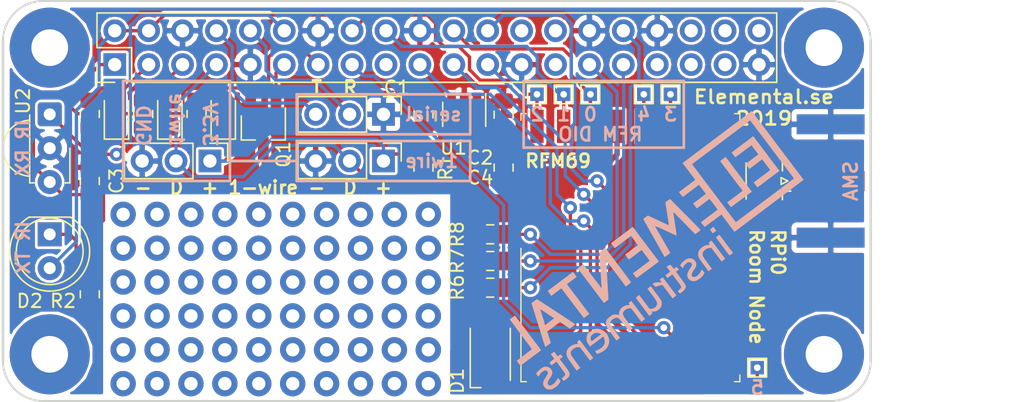
<source format=kicad_pcb>
(kicad_pcb (version 20171130) (host pcbnew 5.0.2-1.fc29)
  (title_block (title "RPi0 Room Node"))
  (layers (0 F.Cu signal) (31 B.Cu signal) (34 B.Paste user) (35 F.Paste user) (36 B.SilkS user) (37 F.SilkS user) (38 B.Mask user) (39 F.Mask user) (44 Edge.Cuts user))
  (net 0 "")
  (net 1 +5V)
  (net 2 +3V3)
  (net 3 GND)
  (net 4 /ONEWIRE)
  (net 5 /IRTX)
  (net 6 /IRRX)
  (net 7 "Net-(J1-Pad17)")
  (net 8 /MOSI)
  (net 9 /MISO)
  (net 10 /SCLK)
  (net 11 /CE0)
  (net 12 "Net-(J1-Pad26)")
  (net 13 "Net-(J1-Pad27)")
  (net 14 "Net-(J1-Pad28)")
  (net 15 "Net-(J1-Pad33)")
  (net 16 "Net-(J1-Pad35)")
  (net 17 "Net-(J1-Pad36)")
  (net 18 "Net-(J1-Pad37)")
  (net 19 "Net-(J1-Pad38)")
  (net 20 "Net-(J1-Pad40)")
  (net 21 "Net-(D1-Pad2)")
  (net 22 "Net-(D1-Pad3)")
  (net 23 "Net-(D1-Pad4)")
  (net 24 "Net-(D2-Pad1)")
  (net 25 "Net-(U1-Pad4)")
  (net 26 VDDA)
  (net 27 /RFM_DIO0)
  (net 28 /RFM_RST)
  (net 29 "Net-(D3-Pad1)")
  (net 30 "Net-(D4-Pad1)")
  (net 31 "Net-(D5-Pad1)")
  (net 32 "Net-(Q1-Pad3)")
  (net 33 /LED1)
  (net 34 /LED2)
  (net 35 /TXD)
  (net 36 /RXD)
  (net 37 /LED3)
  (net 38 /RFM_DIO1)
  (net 39 /LEDR)
  (net 40 /LEDG)
  (net 41 /LEDB)
  (net 42 /ANT)
  (net 43 /RFM_DIO2)
  (net 44 /RFM_DIO5)
  (net 45 /RFM_DIO4)
  (net 46 /RFM_DIO3)
  (module Resistor_SMD:R_0805_2012Metric_Pad1.15x1.40mm_HandSolder (layer F.Cu) (at 133 116 180)
    (fp_text reference R7 (at 2.5 0 270) (layer F.SilkS))
    (fp_text value R)
    (pad 2 smd roundrect (at 1.025 0 180) (size 1.15 1.4) (layers F.Cu F.Paste F.Mask) (roundrect_rratio 0.217391) (net 22 "Net-(D1-Pad3)"))
    (pad 1 smd roundrect (at -1.025 0 180) (size 1.15 1.4) (layers F.Cu F.Paste F.Mask) (roundrect_rratio 0.217391) (net 40 /LEDG))
  )
  (module Connector_PinHeader_2.54mm:PinHeader_2x20_P2.54mm_Vertical (layer F.Cu) (at 104.87 101.27 90)
    (fp_text reference J1 hide)
    (fp_text value "Raspberry Pi")
    (pad 1 thru_hole rect (at 0 0 90) (size 1.7 1.7) (drill 1) (layers *.Cu *.Mask) (net 2 +3V3))
    (pad 2 thru_hole oval (at 2.54 0 90) (size 1.7 1.7) (drill 1) (layers *.Cu *.Mask) (net 1 +5V))
    (pad 3 thru_hole oval (at 0 2.54 90) (size 1.7 1.7) (drill 1) (layers *.Cu *.Mask) (net 33 /LED1))
    (pad 4 thru_hole oval (at 2.54 2.54 90) (size 1.7 1.7) (drill 1) (layers *.Cu *.Mask) (net 1 +5V))
    (pad 5 thru_hole oval (at 0 5.08 90) (size 1.7 1.7) (drill 1) (layers *.Cu *.Mask) (net 34 /LED2))
    (pad 6 thru_hole oval (at 2.54 5.08 90) (size 1.7 1.7) (drill 1) (layers *.Cu *.Mask) (net 3 GND))
    (pad 7 thru_hole oval (at 0 7.62 90) (size 1.7 1.7) (drill 1) (layers *.Cu *.Mask) (net 4 /ONEWIRE))
    (pad 8 thru_hole oval (at 2.54 7.62 90) (size 1.7 1.7) (drill 1) (layers *.Cu *.Mask) (net 35 /TXD))
    (pad 9 thru_hole oval (at 0 10.16 90) (size 1.7 1.7) (drill 1) (layers *.Cu *.Mask) (net 3 GND))
    (pad 10 thru_hole oval (at 2.54 10.16 90) (size 1.7 1.7) (drill 1) (layers *.Cu *.Mask) (net 36 /RXD))
    (pad 11 thru_hole oval (at 0 12.7 90) (size 1.7 1.7) (drill 1) (layers *.Cu *.Mask) (net 5 /IRTX))
    (pad 12 thru_hole oval (at 2.54 12.7 90) (size 1.7 1.7) (drill 1) (layers *.Cu *.Mask) (net 6 /IRRX))
    (pad 13 thru_hole oval (at 0 15.24 90) (size 1.7 1.7) (drill 1) (layers *.Cu *.Mask) (net 37 /LED3))
    (pad 14 thru_hole oval (at 2.54 15.24 90) (size 1.7 1.7) (drill 1) (layers *.Cu *.Mask) (net 3 GND))
    (pad 15 thru_hole oval (at 0 17.78 90) (size 1.7 1.7) (drill 1) (layers *.Cu *.Mask) (net 28 /RFM_RST))
    (pad 16 thru_hole oval (at 2.54 17.78 90) (size 1.7 1.7) (drill 1) (layers *.Cu *.Mask) (net 43 /RFM_DIO2))
    (pad 17 thru_hole oval (at 0 20.32 90) (size 1.7 1.7) (drill 1) (layers *.Cu *.Mask) (net 7 "Net-(J1-Pad17)"))
    (pad 18 thru_hole oval (at 2.54 20.32 90) (size 1.7 1.7) (drill 1) (layers *.Cu *.Mask) (net 38 /RFM_DIO1))
    (pad 19 thru_hole oval (at 0 22.86 90) (size 1.7 1.7) (drill 1) (layers *.Cu *.Mask) (net 8 /MOSI))
    (pad 20 thru_hole oval (at 2.54 22.86 90) (size 1.7 1.7) (drill 1) (layers *.Cu *.Mask) (net 3 GND))
    (pad 21 thru_hole oval (at 0 25.4 90) (size 1.7 1.7) (drill 1) (layers *.Cu *.Mask) (net 9 /MISO))
    (pad 22 thru_hole oval (at 2.54 25.4 90) (size 1.7 1.7) (drill 1) (layers *.Cu *.Mask) (net 27 /RFM_DIO0))
    (pad 23 thru_hole oval (at 0 27.94 90) (size 1.7 1.7) (drill 1) (layers *.Cu *.Mask) (net 10 /SCLK))
    (pad 24 thru_hole oval (at 2.54 27.94 90) (size 1.7 1.7) (drill 1) (layers *.Cu *.Mask) (net 11 /CE0))
    (pad 25 thru_hole oval (at 0 30.48 90) (size 1.7 1.7) (drill 1) (layers *.Cu *.Mask) (net 3 GND))
    (pad 26 thru_hole oval (at 2.54 30.48 90) (size 1.7 1.7) (drill 1) (layers *.Cu *.Mask) (net 12 "Net-(J1-Pad26)"))
    (pad 27 thru_hole oval (at 0 33.02 90) (size 1.7 1.7) (drill 1) (layers *.Cu *.Mask) (net 13 "Net-(J1-Pad27)"))
    (pad 28 thru_hole oval (at 2.54 33.02 90) (size 1.7 1.7) (drill 1) (layers *.Cu *.Mask) (net 14 "Net-(J1-Pad28)"))
    (pad 29 thru_hole oval (at 0 35.56 90) (size 1.7 1.7) (drill 1) (layers *.Cu *.Mask) (net 39 /LEDR))
    (pad 30 thru_hole oval (at 2.54 35.56 90) (size 1.7 1.7) (drill 1) (layers *.Cu *.Mask) (net 3 GND))
    (pad 31 thru_hole oval (at 0 38.1 90) (size 1.7 1.7) (drill 1) (layers *.Cu *.Mask) (net 40 /LEDG))
    (pad 32 thru_hole oval (at 2.54 38.1 90) (size 1.7 1.7) (drill 1) (layers *.Cu *.Mask) (net 41 /LEDB))
    (pad 33 thru_hole oval (at 0 40.64 90) (size 1.7 1.7) (drill 1) (layers *.Cu *.Mask) (net 15 "Net-(J1-Pad33)"))
    (pad 34 thru_hole oval (at 2.54 40.64 90) (size 1.7 1.7) (drill 1) (layers *.Cu *.Mask) (net 3 GND))
    (pad 35 thru_hole oval (at 0 43.18 90) (size 1.7 1.7) (drill 1) (layers *.Cu *.Mask) (net 16 "Net-(J1-Pad35)"))
    (pad 36 thru_hole oval (at 2.54 43.18 90) (size 1.7 1.7) (drill 1) (layers *.Cu *.Mask) (net 17 "Net-(J1-Pad36)"))
    (pad 37 thru_hole oval (at 0 45.72 90) (size 1.7 1.7) (drill 1) (layers *.Cu *.Mask) (net 18 "Net-(J1-Pad37)"))
    (pad 38 thru_hole oval (at 2.54 45.72 90) (size 1.7 1.7) (drill 1) (layers *.Cu *.Mask) (net 19 "Net-(J1-Pad38)"))
    (pad 39 thru_hole oval (at 0 48.26 90) (size 1.7 1.7) (drill 1) (layers *.Cu *.Mask) (net 3 GND))
    (pad 40 thru_hole oval (at 2.54 48.26 90) (size 1.7 1.7) (drill 1) (layers *.Cu *.Mask) (net 20 "Net-(J1-Pad40)"))
  )
  (module holes:hole_2.75 (layer F.Cu) (at 100 100)
    (fp_text reference H1 hide)
    (fp_text value MountingHole hide)
    (pad "" np_thru_hole circle (at 0 0) (size 6 6) (drill 2.75) (layers *.Cu *.Mask))
  )
  (module holes:hole_2.75 (layer F.Cu) (at 158 100)
    (fp_text reference H2 hide)
    (fp_text value MountingHole hide)
    (pad "" np_thru_hole circle (at 0 0) (size 6 6) (drill 2.75) (layers *.Cu *.Mask))
  )
  (module holes:hole_2.75 (layer F.Cu) (at 100 123)
    (fp_text reference H3 hide)
    (fp_text value MountingHole hide)
    (pad "" np_thru_hole circle (at 0 0) (size 6 6) (drill 2.75) (layers *.Cu *.Mask))
  )
  (module holes:hole_2.75 (layer F.Cu) (at 158 123)
    (fp_text reference H4 hide)
    (fp_text value MountingHole hide)
    (pad "" np_thru_hole circle (at 0 0) (size 6 6) (drill 2.75) (layers *.Cu *.Mask))
  )
  (module LED_SMD:LED_Avago_PLCC4_3.2x2.8mm_CW (layer F.Cu) (at 133 123 90)
    (fp_text reference D1 (at -2 -2.5 270) (layer F.SilkS))
    (fp_text value ASMB-MTB0-0A3A2)
    (pad 1 smd rect (at -1.5 -0.75 90) (size 1.5 1.1) (layers F.Cu F.Paste F.Mask) (net 2 +3V3))
    (pad 2 smd rect (at 1.5 -0.75 90) (size 1.5 1.1) (layers F.Cu F.Paste F.Mask) (net 21 "Net-(D1-Pad2)"))
    (pad 3 smd rect (at 1.5 0.75 90) (size 1.5 1.1) (layers F.Cu F.Paste F.Mask) (net 22 "Net-(D1-Pad3)"))
    (pad 4 smd rect (at -1.5 0.75 90) (size 1.5 1.1) (layers F.Cu F.Paste F.Mask) (net 23 "Net-(D1-Pad4)"))
  )
  (module LED_THT:LED_D5.0mm_IRGrey (layer F.Cu) (at 100 114 270)
    (fp_text reference D2 (at 5 1.5) (layer F.SilkS))
    (fp_text value CQY99)
    (pad 1 thru_hole rect (at 0 0 270) (size 1.8 1.8) (drill 0.9) (layers *.Cu *.Mask) (net 24 "Net-(D2-Pad1)"))
    (pad 2 thru_hole circle (at 2.54 0 270) (size 1.8 1.8) (drill 0.9) (layers *.Cu *.Mask) (net 1 +5V))
  )
  (module Package_TO_SOT_SMD:SOT-23-5 (layer F.Cu) (at 131.05 105 270)
    (fp_text reference U1 (at 2.5 0.8 180) (layer F.SilkS))
    (fp_text value AP2210K-3.3)
    (pad 1 smd rect (at -1.1 -0.95 270) (size 1.06 0.65) (layers F.Cu F.Paste F.Mask) (net 1 +5V))
    (pad 2 smd rect (at -1.1 0 270) (size 1.06 0.65) (layers F.Cu F.Paste F.Mask) (net 3 GND))
    (pad 3 smd rect (at -1.1 0.95 270) (size 1.06 0.65) (layers F.Cu F.Paste F.Mask) (net 1 +5V))
    (pad 4 smd rect (at 1.1 0.95 270) (size 1.06 0.65) (layers F.Cu F.Paste F.Mask) (net 25 "Net-(U1-Pad4)"))
    (pad 5 smd rect (at 1.1 -0.95 270) (size 1.06 0.65) (layers F.Cu F.Paste F.Mask) (net 26 VDDA))
  )
  (module OptoDevice:Vishay_MINICAST-3Pin (layer F.Cu) (at 100 105 270)
    (fp_text reference U2 (at -1 2 90) (layer F.SilkS))
    (fp_text value TSOP382xx)
    (pad 1 thru_hole roundrect (at 0 0 270) (size 1.8 1.8) (drill 0.9) (layers *.Cu *.Mask) (roundrect_rratio 0.139) (net 6 /IRRX))
    (pad 2 thru_hole circle (at 2.54 0 270) (size 1.8 1.8) (drill 0.9) (layers *.Cu *.Mask) (net 3 GND))
    (pad 3 thru_hole circle (at 5.08 0 270) (size 1.8 1.8) (drill 0.9) (layers *.Cu *.Mask) (net 2 +3V3))
  )
  (module RF_Module:HOPERF_RFM69HW (layer F.Cu) (at 143.5 115 90)
    (fp_text reference U3 hide)
    (fp_text value RFM69HCW)
    (pad 16 smd rect (at 9.1 -7 90) (size 2.5 1) (layers F.Cu F.Paste F.Mask) (net 43 /RFM_DIO2))
    (pad 15 smd rect (at 9.1 -5 90) (size 2.5 1) (layers F.Cu F.Paste F.Mask) (net 38 /RFM_DIO1))
    (pad 14 smd rect (at 9.1 -3 90) (size 2.5 1) (layers F.Cu F.Paste F.Mask) (net 27 /RFM_DIO0))
    (pad 13 smd rect (at 9.1 -1 90) (size 2.5 1) (layers F.Cu F.Paste F.Mask) (net 26 VDDA))
    (pad 12 smd rect (at 9.1 1 90) (size 2.5 1) (layers F.Cu F.Paste F.Mask) (net 45 /RFM_DIO4))
    (pad 11 smd rect (at 9.1 3 90) (size 2.5 1) (layers F.Cu F.Paste F.Mask) (net 46 /RFM_DIO3))
    (pad 10 smd rect (at 9.1 5 90) (size 2.5 1) (layers F.Cu F.Paste F.Mask) (net 3 GND))
    (pad 9 smd rect (at 9.1 7 90) (size 2.5 1) (layers F.Cu F.Paste F.Mask) (net 42 /ANT))
    (pad 8 smd rect (at -9.1 7 90) (size 2.5 1) (layers F.Cu F.Paste F.Mask) (net 3 GND))
    (pad 7 smd rect (at -9.1 5 90) (size 2.5 1) (layers F.Cu F.Paste F.Mask) (net 44 /RFM_DIO5))
    (pad 6 smd rect (at -9.1 3 90) (size 2.5 1) (layers F.Cu F.Paste F.Mask) (net 28 /RFM_RST))
    (pad 5 smd rect (at -9.1 1 90) (size 2.5 1) (layers F.Cu F.Paste F.Mask) (net 11 /CE0))
    (pad 4 smd rect (at -9.1 -1 90) (size 2.5 1) (layers F.Cu F.Paste F.Mask) (net 10 /SCLK))
    (pad 3 smd rect (at -9.1 -3 90) (size 2.5 1) (layers F.Cu F.Paste F.Mask) (net 8 /MOSI))
    (pad 2 smd rect (at -9.1 -5 90) (size 2.5 1) (layers F.Cu F.Paste F.Mask) (net 9 /MISO))
    (pad 1 smd rect (at -9.1 -7 90) (size 2.5 1) (layers F.Cu F.Paste F.Mask) (net 3 GND))
  )
  (module Capacitor_SMD:C_0805_2012Metric_Pad1.15x1.40mm_HandSolder (layer F.Cu) (at 128 105 270)
    (fp_text reference C1 (at -2 2) (layer F.SilkS))
    (fp_text value C)
    (pad 1 smd roundrect (at -1.025 0 270) (size 1.15 1.4) (layers F.Cu F.Paste F.Mask) (roundrect_rratio 0.217391) (net 1 +5V))
    (pad 2 smd roundrect (at 1.025 0 270) (size 1.15 1.4) (layers F.Cu F.Paste F.Mask) (roundrect_rratio 0.217391) (net 3 GND))
  )
  (module Capacitor_SMD:C_0805_2012Metric_Pad1.15x1.40mm_HandSolder (layer F.Cu) (at 134 105.025 90)
    (fp_text reference C2 (at -3.225 -1.75 180) (layer F.SilkS))
    (fp_text value C)
    (pad 2 smd roundrect (at 1.025 0 90) (size 1.15 1.4) (layers F.Cu F.Paste F.Mask) (roundrect_rratio 0.217391) (net 3 GND))
    (pad 1 smd roundrect (at -1.025 0 90) (size 1.15 1.4) (layers F.Cu F.Paste F.Mask) (roundrect_rratio 0.217391) (net 26 VDDA))
  )
  (module Capacitor_SMD:C_0805_2012Metric_Pad1.15x1.40mm_HandSolder (layer F.Cu) (at 103 110 90)
    (fp_text reference C3 (at 0 2 90) (layer F.SilkS))
    (fp_text value 1u)
    (pad 1 smd roundrect (at -1.025 0 90) (size 1.15 1.4) (layers F.Cu F.Paste F.Mask) (roundrect_rratio 0.217391) (net 2 +3V3))
    (pad 2 smd roundrect (at 1.025 0 90) (size 1.15 1.4) (layers F.Cu F.Paste F.Mask) (roundrect_rratio 0.217391) (net 3 GND))
  )
  (module Capacitor_SMD:C_0805_2012Metric_Pad1.15x1.40mm_HandSolder (layer F.Cu) (at 134 109 270)
    (fp_text reference C4 (at 0.75 1.75) (layer F.SilkS))
    (fp_text value C)
    (pad 1 smd roundrect (at -1.025 0 270) (size 1.15 1.4) (layers F.Cu F.Paste F.Mask) (roundrect_rratio 0.217391) (net 26 VDDA))
    (pad 2 smd roundrect (at 1.025 0 270) (size 1.15 1.4) (layers F.Cu F.Paste F.Mask) (roundrect_rratio 0.217391) (net 3 GND))
  )
  (module LED_SMD:LED_0805_2012Metric_Castellated (layer F.Cu) (at 105 104.975 90)
    (fp_text reference D3 hide)
    (fp_text value LED)
    (pad 1 smd roundrect (at -0.9625 0 90) (size 1.325 1.3) (layers F.Cu F.Paste F.Mask) (roundrect_rratio 0.192308) (net 29 "Net-(D3-Pad1)"))
    (pad 2 smd roundrect (at 0.9625 0 90) (size 1.325 1.3) (layers F.Cu F.Paste F.Mask) (roundrect_rratio 0.192308) (net 2 +3V3))
  )
  (module LED_SMD:LED_0805_2012Metric_Castellated (layer F.Cu) (at 109 104.975 90)
    (fp_text reference D4 hide)
    (fp_text value LED)
    (pad 2 smd roundrect (at 0.9625 0 90) (size 1.325 1.3) (layers F.Cu F.Paste F.Mask) (roundrect_rratio 0.192308) (net 2 +3V3))
    (pad 1 smd roundrect (at -0.9625 0 90) (size 1.325 1.3) (layers F.Cu F.Paste F.Mask) (roundrect_rratio 0.192308) (net 30 "Net-(D4-Pad1)"))
  )
  (module LED_SMD:LED_0805_2012Metric_Castellated (layer F.Cu) (at 113 104.975 90)
    (fp_text reference D5 hide)
    (fp_text value LED)
    (pad 1 smd roundrect (at -0.9625 0 90) (size 1.325 1.3) (layers F.Cu F.Paste F.Mask) (roundrect_rratio 0.192308) (net 31 "Net-(D5-Pad1)"))
    (pad 2 smd roundrect (at 0.9625 0 90) (size 1.325 1.3) (layers F.Cu F.Paste F.Mask) (roundrect_rratio 0.192308) (net 2 +3V3))
  )
  (module Package_TO_SOT_SMD:SC-59_Handsoldering (layer F.Cu) (at 116 105.975 270)
    (fp_text reference Q1 (at 2.025 -1.5 90) (layer F.SilkS))
    (fp_text value PDTC123Y)
    (pad 1 smd rect (at -1.65 -0.95 270) (size 1.8 0.8) (layers F.Cu F.Paste F.Mask) (net 5 /IRTX))
    (pad 2 smd rect (at -1.65 0.95 270) (size 1.8 0.8) (layers F.Cu F.Paste F.Mask) (net 3 GND))
    (pad 3 smd rect (at 1.65 0 270) (size 1.8 0.8) (layers F.Cu F.Paste F.Mask) (net 32 "Net-(Q1-Pad3)"))
  )
  (module Resistor_SMD:R_0805_2012Metric_Pad1.15x1.40mm_HandSolder (layer F.Cu) (at 128 109 270)
    (fp_text reference R1 (at 0 -1.65 270) (layer F.SilkS))
    (fp_text value 4k7)
    (pad 1 smd roundrect (at -1.025 0 270) (size 1.15 1.4) (layers F.Cu F.Paste F.Mask) (roundrect_rratio 0.217391) (net 2 +3V3))
    (pad 2 smd roundrect (at 1.025 0 270) (size 1.15 1.4) (layers F.Cu F.Paste F.Mask) (roundrect_rratio 0.217391) (net 4 /ONEWIRE))
  )
  (module Resistor_SMD:R_0805_2012Metric_Pad1.15x1.40mm_HandSolder (layer F.Cu) (at 103 118.5 90)
    (fp_text reference R2 (at -0.5 -2 180) (layer F.SilkS))
    (fp_text value R)
    (pad 2 smd roundrect (at 1.025 0 90) (size 1.15 1.4) (layers F.Cu F.Paste F.Mask) (roundrect_rratio 0.217391) (net 32 "Net-(Q1-Pad3)"))
    (pad 1 smd roundrect (at -1.025 0 90) (size 1.15 1.4) (layers F.Cu F.Paste F.Mask) (roundrect_rratio 0.217391) (net 24 "Net-(D2-Pad1)"))
  )
  (module Resistor_SMD:R_0805_2012Metric_Pad1.15x1.40mm_HandSolder (layer F.Cu) (at 103 104.975 270)
    (fp_text reference R3 hide)
    (fp_text value R)
    (pad 2 smd roundrect (at 1.025 0 270) (size 1.15 1.4) (layers F.Cu F.Paste F.Mask) (roundrect_rratio 0.217391) (net 29 "Net-(D3-Pad1)"))
    (pad 1 smd roundrect (at -1.025 0 270) (size 1.15 1.4) (layers F.Cu F.Paste F.Mask) (roundrect_rratio 0.217391) (net 33 /LED1))
  )
  (module Resistor_SMD:R_0805_2012Metric_Pad1.15x1.40mm_HandSolder (layer F.Cu) (at 107 104.975 270)
    (fp_text reference R4 hide)
    (fp_text value R)
    (pad 1 smd roundrect (at -1.025 0 270) (size 1.15 1.4) (layers F.Cu F.Paste F.Mask) (roundrect_rratio 0.217391) (net 34 /LED2))
    (pad 2 smd roundrect (at 1.025 0 270) (size 1.15 1.4) (layers F.Cu F.Paste F.Mask) (roundrect_rratio 0.217391) (net 30 "Net-(D4-Pad1)"))
  )
  (module Resistor_SMD:R_0805_2012Metric_Pad1.15x1.40mm_HandSolder (layer F.Cu) (at 111 104.975 270)
    (fp_text reference R5 hide)
    (fp_text value R)
    (pad 2 smd roundrect (at 1.025 0 270) (size 1.15 1.4) (layers F.Cu F.Paste F.Mask) (roundrect_rratio 0.217391) (net 31 "Net-(D5-Pad1)"))
    (pad 1 smd roundrect (at -1.025 0 270) (size 1.15 1.4) (layers F.Cu F.Paste F.Mask) (roundrect_rratio 0.217391) (net 37 /LED3))
  )
  (module Resistor_SMD:R_0805_2012Metric_Pad1.15x1.40mm_HandSolder (layer F.Cu) (at 133 118 180)
    (fp_text reference R6 (at 2.5 0 270) (layer F.SilkS))
    (fp_text value R)
    (pad 1 smd roundrect (at -1.025 0 180) (size 1.15 1.4) (layers F.Cu F.Paste F.Mask) (roundrect_rratio 0.217391) (net 41 /LEDB))
    (pad 2 smd roundrect (at 1.025 0 180) (size 1.15 1.4) (layers F.Cu F.Paste F.Mask) (roundrect_rratio 0.217391) (net 21 "Net-(D1-Pad2)"))
  )
  (module Resistor_SMD:R_0805_2012Metric_Pad1.15x1.40mm_HandSolder (layer F.Cu) (at 133 114 180)
    (fp_text reference R8 (at 2.5 0 270) (layer F.SilkS))
    (fp_text value R)
    (pad 1 smd roundrect (at -1.025 0 180) (size 1.15 1.4) (layers F.Cu F.Paste F.Mask) (roundrect_rratio 0.217391) (net 39 /LEDR))
    (pad 2 smd roundrect (at 1.025 0 180) (size 1.15 1.4) (layers F.Cu F.Paste F.Mask) (roundrect_rratio 0.217391) (net 23 "Net-(D1-Pad4)"))
  )
  (module Connector_Coaxial:SMA_Amphenol_132289_EdgeMount (layer F.Cu) (at 158.5 110)
    (fp_text reference AE1 hide)
    (fp_text value SMA)
    (pad 2 smd rect (at 0 4.25 90) (size 1.5 5.08) (layers B.Cu B.Paste B.Mask) (net 3 GND))
    (pad 2 smd rect (at 0 -4.25 90) (size 1.5 5.08) (layers B.Cu B.Paste B.Mask) (net 3 GND))
    (pad 2 smd rect (at 0 4.25 90) (size 1.5 5.08) (layers F.Cu F.Paste F.Mask) (net 3 GND))
    (pad 2 smd rect (at 0 -4.25 90) (size 1.5 5.08) (layers F.Cu F.Paste F.Mask) (net 3 GND))
    (pad 1 smd rect (at 0 0 90) (size 1.5 5.08) (layers F.Cu F.Paste F.Mask) (net 42 /ANT))
  )
  (module Connector_PinHeader_2.54mm:PinHeader_1x03_P2.54mm_Vertical (layer F.Cu) (at 125 105 270)
    (fp_text reference J3 hide)
    (fp_text value Conn_01x03)
    (pad 1 thru_hole rect (at 0 0 270) (size 1.7 1.7) (drill 1) (layers *.Cu *.Mask) (net 3 GND))
    (pad 2 thru_hole oval (at 0 2.54 270) (size 1.7 1.7) (drill 1) (layers *.Cu *.Mask) (net 36 /RXD))
    (pad 3 thru_hole oval (at 0 5.08 270) (size 1.7 1.7) (drill 1) (layers *.Cu *.Mask) (net 35 /TXD))
  )
  (module Connector_Coaxial:U.FL_Hirose_U.FL-R-SMT-1_Vertical (layer F.Cu) (at 154 110 180)
    (fp_text reference AE2 hide)
    (fp_text value U.FL)
    (pad 2 smd rect (at 0.475 1.475 180) (size 2.2 1.05) (layers F.Cu F.Paste F.Mask) (net 3 GND))
    (pad 1 smd rect (at -1.05 0 180) (size 1.05 1) (layers F.Cu F.Paste F.Mask) (net 42 /ANT))
    (pad 2 smd rect (at 0.475 -1.475 180) (size 2.2 1.05) (layers F.Cu F.Paste F.Mask) (net 3 GND))
  )
  (module protoarea:protoarea (layer F.Cu) (at 105.5 112.5)
    (fp_text reference REF** hide)
    (fp_text value protoarea hide)
    (pad "" np_thru_hole circle (at 22.86 12.7) (size 1.9 1.9) (drill 1) (layers *.Cu *.Mask))
    (pad "" np_thru_hole circle (at 22.86 10.16) (size 1.9 1.9) (drill 1) (layers *.Cu *.Mask))
    (pad "" np_thru_hole circle (at 17.78 12.7) (size 1.9 1.9) (drill 1) (layers *.Cu *.Mask))
    (pad "" np_thru_hole circle (at 17.78 10.16) (size 1.9 1.9) (drill 1) (layers *.Cu *.Mask))
    (pad "" np_thru_hole circle (at 20.32 10.16) (size 1.9 1.9) (drill 1) (layers *.Cu *.Mask))
    (pad "" np_thru_hole circle (at 20.32 12.7) (size 1.9 1.9) (drill 1) (layers *.Cu *.Mask))
    (pad "" np_thru_hole circle (at 15.24 12.7) (size 1.9 1.9) (drill 1) (layers *.Cu *.Mask))
    (pad "" np_thru_hole circle (at 15.24 10.16) (size 1.9 1.9) (drill 1) (layers *.Cu *.Mask))
    (pad "" np_thru_hole circle (at 20.32 5.08) (size 1.9 1.9) (drill 1) (layers *.Cu *.Mask))
    (pad "" np_thru_hole circle (at 22.86 5.08) (size 1.9 1.9) (drill 1) (layers *.Cu *.Mask))
    (pad "" np_thru_hole circle (at 20.32 7.62) (size 1.9 1.9) (drill 1) (layers *.Cu *.Mask))
    (pad "" np_thru_hole circle (at 22.86 7.62) (size 1.9 1.9) (drill 1) (layers *.Cu *.Mask))
    (pad "" np_thru_hole circle (at 17.78 2.54) (size 1.9 1.9) (drill 1) (layers *.Cu *.Mask))
    (pad "" np_thru_hole circle (at 17.78 0) (size 1.9 1.9) (drill 1) (layers *.Cu *.Mask))
    (pad "" np_thru_hole circle (at 15.24 0) (size 1.9 1.9) (drill 1) (layers *.Cu *.Mask))
    (pad "" np_thru_hole circle (at 15.24 2.54) (size 1.9 1.9) (drill 1) (layers *.Cu *.Mask))
    (pad "" np_thru_hole circle (at 17.78 5.08) (size 1.9 1.9) (drill 1) (layers *.Cu *.Mask))
    (pad "" np_thru_hole circle (at 17.78 7.62) (size 1.9 1.9) (drill 1) (layers *.Cu *.Mask))
    (pad "" np_thru_hole circle (at 15.24 5.08) (size 1.9 1.9) (drill 1) (layers *.Cu *.Mask))
    (pad "" np_thru_hole circle (at 15.24 7.62) (size 1.9 1.9) (drill 1) (layers *.Cu *.Mask))
    (pad "" np_thru_hole circle (at 22.86 0) (size 1.9 1.9) (drill 1) (layers *.Cu *.Mask))
    (pad "" np_thru_hole circle (at 20.32 0) (size 1.9 1.9) (drill 1) (layers *.Cu *.Mask))
    (pad "" np_thru_hole circle (at 20.32 2.54) (size 1.9 1.9) (drill 1) (layers *.Cu *.Mask))
    (pad "" np_thru_hole circle (at 22.86 2.54) (size 1.9 1.9) (drill 1) (layers *.Cu *.Mask))
    (pad "" np_thru_hole circle (at 12.7 12.7) (size 1.9 1.9) (drill 1) (layers *.Cu *.Mask))
    (pad "" np_thru_hole circle (at 10.16 12.7) (size 1.9 1.9) (drill 1) (layers *.Cu *.Mask))
    (pad "" np_thru_hole circle (at 12.7 10.16) (size 1.9 1.9) (drill 1) (layers *.Cu *.Mask))
    (pad "" np_thru_hole circle (at 7.62 10.16) (size 1.9 1.9) (drill 1) (layers *.Cu *.Mask))
    (pad "" np_thru_hole circle (at 7.62 12.7) (size 1.9 1.9) (drill 1) (layers *.Cu *.Mask))
    (pad "" np_thru_hole circle (at 10.16 10.16) (size 1.9 1.9) (drill 1) (layers *.Cu *.Mask))
    (pad "" np_thru_hole circle (at 5.08 10.16) (size 1.9 1.9) (drill 1) (layers *.Cu *.Mask))
    (pad "" np_thru_hole circle (at 5.08 12.7) (size 1.9 1.9) (drill 1) (layers *.Cu *.Mask))
    (pad "" np_thru_hole circle (at 5.08 2.54) (size 1.9 1.9) (drill 1) (layers *.Cu *.Mask))
    (pad "" np_thru_hole circle (at 5.08 0) (size 1.9 1.9) (drill 1) (layers *.Cu *.Mask))
    (pad "" np_thru_hole circle (at 7.62 2.54) (size 1.9 1.9) (drill 1) (layers *.Cu *.Mask))
    (pad "" np_thru_hole circle (at 7.62 0) (size 1.9 1.9) (drill 1) (layers *.Cu *.Mask))
    (pad "" np_thru_hole circle (at 7.62 7.62) (size 1.9 1.9) (drill 1) (layers *.Cu *.Mask))
    (pad "" np_thru_hole circle (at 5.08 7.62) (size 1.9 1.9) (drill 1) (layers *.Cu *.Mask))
    (pad "" np_thru_hole circle (at 5.08 5.08) (size 1.9 1.9) (drill 1) (layers *.Cu *.Mask))
    (pad "" np_thru_hole circle (at 12.7 5.08) (size 1.9 1.9) (drill 1) (layers *.Cu *.Mask))
    (pad "" np_thru_hole circle (at 10.16 2.54) (size 1.9 1.9) (drill 1) (layers *.Cu *.Mask))
    (pad "" np_thru_hole circle (at 10.16 5.08) (size 1.9 1.9) (drill 1) (layers *.Cu *.Mask))
    (pad "" np_thru_hole circle (at 12.7 7.62) (size 1.9 1.9) (drill 1) (layers *.Cu *.Mask))
    (pad "" np_thru_hole circle (at 10.16 7.62) (size 1.9 1.9) (drill 1) (layers *.Cu *.Mask))
    (pad "" np_thru_hole circle (at 7.62 5.08) (size 1.9 1.9) (drill 1) (layers *.Cu *.Mask))
    (pad "" np_thru_hole circle (at 12.7 2.54) (size 1.9 1.9) (drill 1) (layers *.Cu *.Mask))
    (pad "" np_thru_hole circle (at 10.16 0) (size 1.9 1.9) (drill 1) (layers *.Cu *.Mask))
    (pad "" np_thru_hole circle (at 12.7 0) (size 1.9 1.9) (drill 1) (layers *.Cu *.Mask))
    (pad "" np_thru_hole circle (at 2.54 12.7) (size 1.9 1.9) (drill 1) (layers *.Cu *.Mask))
    (pad "" np_thru_hole circle (at 0 12.7) (size 1.9 1.9) (drill 1) (layers *.Cu *.Mask))
    (pad "" np_thru_hole circle (at 2.54 10.16) (size 1.9 1.9) (drill 1) (layers *.Cu *.Mask))
    (pad "" np_thru_hole circle (at 0 10.16) (size 1.9 1.9) (drill 1) (layers *.Cu *.Mask))
    (pad "" np_thru_hole circle (at 2.54 7.62) (size 1.9 1.9) (drill 1) (layers *.Cu *.Mask))
    (pad "" np_thru_hole circle (at 0 7.62) (size 1.9 1.9) (drill 1) (layers *.Cu *.Mask))
    (pad "" np_thru_hole circle (at 2.54 5.08) (size 1.9 1.9) (drill 1) (layers *.Cu *.Mask))
    (pad "" np_thru_hole circle (at 2.54 2.54) (size 1.9 1.9) (drill 1) (layers *.Cu *.Mask))
    (pad "" np_thru_hole circle (at 0 2.54) (size 1.9 1.9) (drill 1) (layers *.Cu *.Mask))
    (pad "" np_thru_hole circle (at 0 5.08) (size 1.9 1.9) (drill 1) (layers *.Cu *.Mask))
    (pad "" np_thru_hole circle (at 2.54 0) (size 1.9 1.9) (drill 1) (layers *.Cu *.Mask))
    (pad "" np_thru_hole circle (at 0 0) (size 1.9 1.9) (drill 1) (layers *.Cu *.Mask))
  )
  (module Connector_PinHeader_2.54mm:PinHeader_1x03_P2.54mm_Vertical (layer F.Cu) (at 125 108.5 270)
    (fp_text reference J2 hide)
    (fp_text value Conn_01x03)
    (pad 3 thru_hole oval (at 0 5.08 270) (size 1.7 1.7) (drill 1) (layers *.Cu *.Mask) (net 3 GND))
    (pad 2 thru_hole oval (at 0 2.54 270) (size 1.7 1.7) (drill 1) (layers *.Cu *.Mask) (net 4 /ONEWIRE))
    (pad 1 thru_hole rect (at 0 0 270) (size 1.7 1.7) (drill 1) (layers *.Cu *.Mask) (net 2 +3V3))
  )
  (module Connector_PinHeader_2.54mm:PinHeader_1x03_P2.54mm_Vertical (layer F.Cu) (at 112 108.5 270)
    (fp_text reference J4 hide)
    (fp_text value Conn_01x03)
    (pad 1 thru_hole rect (at 0 0 270) (size 1.7 1.7) (drill 1) (layers *.Cu *.Mask) (net 2 +3V3))
    (pad 2 thru_hole oval (at 0 2.54 270) (size 1.7 1.7) (drill 1) (layers *.Cu *.Mask) (net 4 /ONEWIRE))
    (pad 3 thru_hole oval (at 0 5.08 270) (size 1.7 1.7) (drill 1) (layers *.Cu *.Mask) (net 3 GND))
  )
  (module elemental:elemental-4mm-mask (layer F.Cu) (at 158 117.5)
    (fp_text reference G*** hide)
    (fp_text value LOGO hide)
  )
  (module elemental:elemental-25.4mm (layer B.Cu) (at 145 115.5 217)
    (fp_text reference G*** hide)
    (fp_text value LOGO hide)
  )
  (module TestPoint:TestPoint_THTPad_1.0x1.0mm_Drill0.5mm (layer F.Cu) (at 153 124)
    (fp_text reference TP1 hide)
    (fp_text value TestPoint)
    (pad 1 thru_hole rect (at 0 0) (size 1 1) (drill 0.5) (layers *.Cu *.Mask) (net 44 /RFM_DIO5))
  )
  (module TestPoint:TestPoint_THTPad_1.0x1.0mm_Drill0.5mm (layer F.Cu) (at 144.5 103.5)
    (fp_text reference TP2 hide)
    (fp_text value TestPoint)
    (pad 1 thru_hole rect (at 0 0) (size 1 1) (drill 0.5) (layers *.Cu *.Mask) (net 45 /RFM_DIO4))
  )
  (module TestPoint:TestPoint_THTPad_1.0x1.0mm_Drill0.5mm (layer F.Cu) (at 146.5 103.5)
    (fp_text reference TP3 hide)
    (fp_text value TestPoint)
    (pad 1 thru_hole rect (at 0 0) (size 1 1) (drill 0.5) (layers *.Cu *.Mask) (net 46 /RFM_DIO3))
  )
  (module TestPoint:TestPoint_THTPad_1.0x1.0mm_Drill0.5mm (layer F.Cu) (at 136.5 103.5)
    (fp_text reference TP4 hide)
    (fp_text value TestPoint)
    (pad 1 thru_hole rect (at 0 0) (size 1 1) (drill 0.5) (layers *.Cu *.Mask) (net 43 /RFM_DIO2))
  )
  (module TestPoint:TestPoint_THTPad_1.0x1.0mm_Drill0.5mm (layer F.Cu) (at 138.5 103.5)
    (fp_text reference TP5 hide)
    (fp_text value TestPoint)
    (pad 1 thru_hole rect (at 0 0) (size 1 1) (drill 0.5) (layers *.Cu *.Mask) (net 38 /RFM_DIO1))
  )
  (module TestPoint:TestPoint_THTPad_1.0x1.0mm_Drill0.5mm (layer F.Cu) (at 140.5 103.5)
    (fp_text reference TP6 hide)
    (fp_text value TestPoint)
    (pad 1 thru_hole rect (at 0 0) (size 1 1) (drill 0.5) (layers *.Cu *.Mask) (net 27 /RFM_DIO0))
  )
  (gr_line (start 147.5 107.5) (end 147.5 102.5) (layer B.SilkS) (width 0.2))
  (gr_line (start 135.5 107.5) (end 147.5 107.5) (layer B.SilkS) (width 0.2))
  (gr_line (start 135.5 102.5) (end 135.5 107.5) (layer B.SilkS) (width 0.2))
  (gr_line (start 147.5 102.5) (end 135.5 102.5) (layer B.SilkS) (width 0.2))
  (gr_text 5 (at 153 125.5) (layer B.SilkS) (effects (font (size 1 1) (thickness 0.2)) (justify mirror)))
  (gr_text "RFM DIO" (at 141.25 106.5) (layer B.SilkS) (effects (font (size 1 1) (thickness 0.2)) (justify mirror)))
  (gr_text 3 (at 146.5 105) (layer B.SilkS) (effects (font (size 1 1) (thickness 0.2)) (justify mirror)))
  (gr_text 4 (at 144.5 105) (layer B.SilkS) (effects (font (size 1 1) (thickness 0.2)) (justify mirror)))
  (gr_text 0 (at 140.5 105) (layer B.SilkS) (effects (font (size 1 1) (thickness 0.2)) (justify mirror)))
  (gr_text 1 (at 138.5 105) (layer B.SilkS) (effects (font (size 1 1) (thickness 0.2)) (justify mirror)))
  (gr_text 2 (at 136.5 105) (layer B.SilkS) (effects (font (size 1 1) (thickness 0.2)) (justify mirror)))
  (gr_text "IR TX" (at 98 115 90) (layer B.SilkS) (effects (font (size 1 1) (thickness 0.2)) (justify mirror)))
  (gr_text "IR RX" (at 98 107.5 90) (layer B.SilkS) (effects (font (size 1 1) (thickness 0.2)) (justify mirror)))
  (gr_text SMA (at 160 110 90) (layer B.SilkS) (effects (font (size 1 1) (thickness 0.2)) (justify mirror)))
  (gr_line (start 113.5 108.5) (end 118.5 108.5) (layer B.SilkS) (width 0.2))
  (gr_line (start 131.5 110) (end 130.5 110) (layer B.SilkS) (width 0.2))
  (gr_line (start 131.5 107) (end 131.5 110) (layer B.SilkS) (width 0.2))
  (gr_line (start 130.5 107) (end 131.5 107) (layer B.SilkS) (width 0.2))
  (gr_line (start 131.5 106.5) (end 130.5 106.5) (layer B.SilkS) (width 0.2))
  (gr_line (start 131.5 103.5) (end 131.5 106.5) (layer B.SilkS) (width 0.2))
  (gr_line (start 131 103.5) (end 131.5 103.5) (layer B.SilkS) (width 0.2))
  (gr_line (start 130.5 103.5) (end 131 103.5) (layer B.SilkS) (width 0.2))
  (gr_text serial (at 126.5 105) (layer B.SilkS) (effects (font (size 1 1) (thickness 0.2)) (justify right mirror)))
  (gr_line (start 118.5 103.5) (end 130.5 103.5) (layer B.SilkS) (width 0.2))
  (gr_line (start 118.5 106.5) (end 130.5 106.5) (layer B.SilkS) (width 0.2))
  (gr_line (start 118.5 103.5) (end 118.5 106.5) (layer B.SilkS) (width 0.2))
  (gr_line (start 118.5 110) (end 130.5 110) (layer B.SilkS) (width 0.2))
  (gr_line (start 118.5 107) (end 130.5 107) (layer B.SilkS) (width 0.2))
  (gr_line (start 118.5 110) (end 118.5 107) (layer B.SilkS) (width 0.2))
  (gr_text 1wire (at 126.5 108.5) (layer B.SilkS) (effects (font (size 1 1) (thickness 0.2)) (justify right mirror)))
  (gr_text 3.3V (at 112 107.5 270) (layer B.SilkS) (effects (font (size 1 1) (thickness 0.2)) (justify left mirror)))
  (gr_text 1wire (at 109.5 107.5 270) (layer B.SilkS) (effects (font (size 1 1) (thickness 0.2)) (justify left mirror)))
  (gr_text GND (at 107 107.5 270) (layer B.SilkS) (effects (font (size 1 1) (thickness 0.2)) (justify left mirror)))
  (gr_line (start 105.5 102.5) (end 105.5 107) (layer B.SilkS) (width 0.2))
  (gr_line (start 113.5 102.5) (end 105.5 102.5) (layer B.SilkS) (width 0.2))
  (gr_line (start 113.5 110) (end 113.5 102.5) (layer B.SilkS) (width 0.2))
  (gr_line (start 105.5 110) (end 113.5 110) (layer B.SilkS) (width 0.2))
  (gr_line (start 105.5 107) (end 105.5 110) (layer B.SilkS) (width 0.2))
  (gr_text RFM69 (at 135.5 108.5) (layer F.SilkS) (effects (font (size 1 1) (thickness 0.2)) (justify left)))
  (gr_text "RPi0\nRoom Node" (at 153.75 113.5 270) (layer F.SilkS) (effects (font (size 1 1) (thickness 0.2)) (justify left)))
  (gr_text "Elemental.se\n2019" (at 153.5 104.5) (layer F.SilkS) (effects (font (size 1 1.1) (thickness 0.2))))
  (gr_text R (at 122.5 103) (layer F.SilkS) (effects (font (size 1 1) (thickness 0.2))))
  (gr_text T (at 120 103) (layer F.SilkS) (effects (font (size 1 1) (thickness 0.2))))
  (gr_text 1-wire (at 116 110.5) (layer F.SilkS) (effects (font (size 1 1) (thickness 0.2))))
  (gr_text - (at 120 110.5) (layer F.SilkS) (effects (font (size 1 1) (thickness 0.2))))
  (gr_text + (at 125 110.5) (layer F.SilkS) (effects (font (size 1 1) (thickness 0.2))))
  (gr_text D (at 122.5 110.5) (layer F.SilkS) (effects (font (size 1 1) (thickness 0.2))))
  (gr_text + (at 112 110.5) (layer F.SilkS) (effects (font (size 1 1) (thickness 0.2))))
  (gr_text D (at 109.5 110.5) (layer F.SilkS) (effects (font (size 1 1) (thickness 0.2))))
  (gr_text - (at 107 110.5) (layer F.SilkS) (effects (font (size 1 1) (thickness 0.2))))
  (gr_arc (start 158.5 123.5) (end 161.5 123.5) (angle 90) (layer Edge.Cuts) (width 0.15))
  (gr_line (start 161.5 123.5) (end 161.5 99.5) (layer Edge.Cuts) (width 0.2))
  (gr_arc (start 99.5 123.5) (end 99.5 126.5) (angle 90) (layer Edge.Cuts) (width 0.15))
  (gr_line (start 96.5 123.5) (end 96.5 99.5) (layer Edge.Cuts) (width 0.2))
  (gr_line (start 99.5 126.5) (end 158.5 126.5) (layer Edge.Cuts) (width 0.15))
  (gr_arc (start 158.5 99.5) (end 158.5 96.5) (angle 90) (layer Edge.Cuts) (width 0.15))
  (gr_arc (start 99.5 99.5) (end 96.5 99.5) (angle 90) (layer Edge.Cuts) (width 0.15))
  (gr_line (start 99.5 96.5) (end 158.5 96.5) (layer Edge.Cuts) (width 0.15))
  (segment (start 108.585001 97.554999) (end 108.259999 97.880001) (width 0.25) (layer F.Cu) (net 1))
  (segment (start 108.259999 97.880001) (end 107.41 98.73) (width 0.25) (layer F.Cu) (net 1))
  (segment (start 106.207919 98.73) (end 104.87 98.73) (width 0.25) (layer F.Cu) (net 1))
  (segment (start 107.41 98.73) (end 106.207919 98.73) (width 0.25) (layer F.Cu) (net 1))
  (segment (start 104.020001 99.579999) (end 104.87 98.73) (width 0.25) (layer B.Cu) (net 1))
  (segment (start 103.694999 99.905001) (end 104.020001 99.579999) (width 0.25) (layer B.Cu) (net 1))
  (segment (start 102 114.54) (end 102 104.694999) (width 0.25) (layer B.Cu) (net 1))
  (segment (start 103.694999 103) (end 103.694999 99.905001) (width 0.25) (layer B.Cu) (net 1))
  (segment (start 102 104.694999) (end 103.694999 103) (width 0.25) (layer B.Cu) (net 1))
  (segment (start 100 116.54) (end 102 114.54) (width 0.25) (layer B.Cu) (net 1))
  (segment (start 132 104.68) (end 131.68 105) (width 0.25) (layer F.Cu) (net 1))
  (segment (start 132 103.9) (end 132 104.68) (width 0.25) (layer F.Cu) (net 1))
  (segment (start 129.025 105) (end 128 103.975) (width 0.25) (layer F.Cu) (net 1))
  (segment (start 130.1 104.9) (end 130 105) (width 0.25) (layer F.Cu) (net 1))
  (segment (start 130.1 103.9) (end 130.1 104.9) (width 0.25) (layer F.Cu) (net 1))
  (segment (start 131.68 105) (end 130 105) (width 0.25) (layer F.Cu) (net 1))
  (segment (start 130 105) (end 129.025 105) (width 0.25) (layer F.Cu) (net 1))
  (segment (start 127.376628 103.351628) (end 121.851628 103.351628) (width 0.25) (layer F.Cu) (net 1))
  (segment (start 128 103.975) (end 127.376628 103.351628) (width 0.25) (layer F.Cu) (net 1))
  (segment (start 121.474999 98.029998) (end 121 97.554999) (width 0.25) (layer F.Cu) (net 1))
  (segment (start 121.474999 102.974999) (end 121.474999 98.029998) (width 0.25) (layer F.Cu) (net 1))
  (segment (start 121.851628 103.351628) (end 121.474999 102.974999) (width 0.25) (layer F.Cu) (net 1))
  (segment (start 121 97.554999) (end 108.585001 97.554999) (width 0.25) (layer F.Cu) (net 1))
  (segment (start 125.525 107.975) (end 125 108.5) (width 0.25) (layer F.Cu) (net 2))
  (segment (start 128 107.975) (end 125.525 107.975) (width 0.25) (layer F.Cu) (net 2))
  (segment (start 113.1 108.5) (end 112 108.5) (width 0.25) (layer F.Cu) (net 2))
  (segment (start 113.97501 107.62499) (end 113.1 108.5) (width 0.25) (layer F.Cu) (net 2))
  (segment (start 113.97501 105.28682) (end 113.97501 107.62499) (width 0.25) (layer F.Cu) (net 2))
  (segment (start 113.63818 104.94999) (end 113.97501 105.28682) (width 0.25) (layer F.Cu) (net 2))
  (segment (start 103.77 101.27) (end 104.87 101.27) (width 0.25) (layer F.Cu) (net 2))
  (segment (start 101.596001 103.443999) (end 103.77 101.27) (width 0.25) (layer F.Cu) (net 2))
  (segment (start 109 104.0125) (end 109 104.94999) (width 0.25) (layer F.Cu) (net 2))
  (segment (start 106.4118 104.94999) (end 109 104.94999) (width 0.25) (layer F.Cu) (net 2))
  (segment (start 113 104.0125) (end 113 104.94999) (width 0.25) (layer F.Cu) (net 2))
  (segment (start 109 104.94999) (end 113 104.94999) (width 0.25) (layer F.Cu) (net 2))
  (segment (start 113 104.94999) (end 113.63818 104.94999) (width 0.25) (layer F.Cu) (net 2))
  (segment (start 100.945 111.025) (end 100 110.08) (width 0.25) (layer F.Cu) (net 2))
  (segment (start 103 111.025) (end 100.945 111.025) (width 0.25) (layer F.Cu) (net 2))
  (segment (start 99.100001 109.180001) (end 100 110.08) (width 0.25) (layer F.Cu) (net 2))
  (segment (start 98.77499 108.85499) (end 99.100001 109.180001) (width 0.25) (layer F.Cu) (net 2))
  (segment (start 98.77499 104.111938) (end 98.77499 108.85499) (width 0.25) (layer F.Cu) (net 2))
  (segment (start 99.442929 103.443999) (end 98.77499 104.111938) (width 0.25) (layer F.Cu) (net 2))
  (segment (start 101.596001 103.443999) (end 99.442929 103.443999) (width 0.25) (layer F.Cu) (net 2))
  (segment (start 130.45 109.45) (end 128.975 107.975) (width 0.25) (layer F.Cu) (net 2))
  (segment (start 130.45 122.5) (end 130.45 109.45) (width 0.25) (layer F.Cu) (net 2))
  (segment (start 132.25 124.5) (end 132.25 124.3) (width 0.25) (layer F.Cu) (net 2))
  (segment (start 128.975 107.975) (end 128 107.975) (width 0.25) (layer F.Cu) (net 2))
  (segment (start 132.25 124.3) (end 130.45 122.5) (width 0.25) (layer F.Cu) (net 2))
  (segment (start 101.596001 104.482929) (end 101.596001 103.443999) (width 0.25) (layer F.Cu) (net 2))
  (segment (start 102.063062 104.94999) (end 101.596001 104.482929) (width 0.25) (layer F.Cu) (net 2))
  (segment (start 106.4118 104.94999) (end 105 104.94999) (width 0.25) (layer F.Cu) (net 2))
  (segment (start 105 104.0125) (end 105 104.94999) (width 0.25) (layer F.Cu) (net 2))
  (segment (start 105 104.94999) (end 102.063062 104.94999) (width 0.25) (layer F.Cu) (net 2))
  (segment (start 115 108.5) (end 112 108.5) (width 0.25) (layer B.Cu) (net 2))
  (segment (start 116.625011 106.874989) (end 115 108.5) (width 0.25) (layer B.Cu) (net 2))
  (segment (start 124.474989 106.874989) (end 116.625011 106.874989) (width 0.25) (layer B.Cu) (net 2))
  (segment (start 125 107.4) (end 124.474989 106.874989) (width 0.25) (layer B.Cu) (net 2))
  (segment (start 125 108.5) (end 125 107.4) (width 0.25) (layer B.Cu) (net 2))
  (segment (start 123.985 110.025) (end 128 110.025) (width 0.25) (layer F.Cu) (net 4))
  (segment (start 122.46 108.5) (end 123.985 110.025) (width 0.25) (layer F.Cu) (net 4))
  (segment (start 109.46 104.3) (end 109.46 108.5) (width 0.25) (layer B.Cu) (net 4))
  (segment (start 112.49 101.27) (end 109.46 104.3) (width 0.25) (layer B.Cu) (net 4))
  (segment (start 109.46 108.5) (end 110.635001 109.675001) (width 0.25) (layer B.Cu) (net 4))
  (segment (start 116.850002 107.324999) (end 114.5 109.675001) (width 0.25) (layer B.Cu) (net 4))
  (segment (start 121.284999 107.324999) (end 116.850002 107.324999) (width 0.25) (layer B.Cu) (net 4))
  (segment (start 122.46 108.5) (end 121.284999 107.324999) (width 0.25) (layer B.Cu) (net 4))
  (segment (start 110.635001 109.675001) (end 114.5 109.675001) (width 0.25) (layer B.Cu) (net 4))
  (segment (start 116.95 101.89) (end 117.57 101.27) (width 0.25) (layer F.Cu) (net 5))
  (segment (start 116.95 104.325) (end 116.95 101.89) (width 0.25) (layer F.Cu) (net 5))
  (segment (start 106.045001 98.355997) (end 106.045001 106.954999) (width 0.25) (layer B.Cu) (net 6))
  (segment (start 106.845999 97.554999) (end 106.045001 98.355997) (width 0.25) (layer B.Cu) (net 6))
  (segment (start 117.57 98.73) (end 116.394999 97.554999) (width 0.25) (layer B.Cu) (net 6))
  (segment (start 116.394999 97.554999) (end 106.845999 97.554999) (width 0.25) (layer B.Cu) (net 6))
  (segment (start 106.045001 106.954999) (end 105 108) (width 0.25) (layer B.Cu) (net 6))
  (via (at 105 108) (size 1) (drill 0.5) (layers F.Cu B.Cu) (net 6))
  (segment (start 103 108) (end 100 105) (width 0.25) (layer F.Cu) (net 6))
  (segment (start 105 108) (end 103 108) (width 0.25) (layer F.Cu) (net 6))
  (via (at 140 113) (size 1) (drill 0.5) (layers F.Cu B.Cu) (net 8))
  (segment (start 139.292894 113) (end 140 113) (width 0.25) (layer B.Cu) (net 8))
  (segment (start 138.778998 113) (end 139.292894 113) (width 0.25) (layer B.Cu) (net 8))
  (segment (start 140 113) (end 140.499999 113.499999) (width 0.25) (layer F.Cu) (net 8))
  (segment (start 140.5 122.6) (end 140.5 124.1) (width 0.25) (layer F.Cu) (net 8))
  (segment (start 140.499999 113.499999) (end 140.5 122.6) (width 0.25) (layer F.Cu) (net 8))
  (segment (start 129.96 103.5) (end 133 103.5) (width 0.25) (layer B.Cu) (net 8))
  (segment (start 127.73 101.27) (end 129.96 103.5) (width 0.25) (layer B.Cu) (net 8))
  (segment (start 137.5 108) (end 137.5 111.721002) (width 0.25) (layer B.Cu) (net 8))
  (segment (start 133 103.5) (end 137.5 108) (width 0.25) (layer B.Cu) (net 8))
  (segment (start 137.5 111.721002) (end 138.778998 113) (width 0.25) (layer B.Cu) (net 8))
  (via (at 139 112) (size 1) (drill 0.5) (layers F.Cu B.Cu) (net 9))
  (segment (start 138.5 122.5) (end 138.5 124.1) (width 0.25) (layer F.Cu) (net 9))
  (segment (start 139.778998 121.221002) (end 138.5 122.5) (width 0.25) (layer F.Cu) (net 9))
  (segment (start 139 113.221002) (end 139.778998 114) (width 0.25) (layer F.Cu) (net 9))
  (segment (start 139.778998 114) (end 139.778998 121.221002) (width 0.25) (layer F.Cu) (net 9))
  (segment (start 139 112) (end 139 113.221002) (width 0.25) (layer F.Cu) (net 9))
  (segment (start 138 111) (end 139 112) (width 0.25) (layer B.Cu) (net 9))
  (segment (start 133.5 103) (end 138 107.5) (width 0.25) (layer B.Cu) (net 9))
  (segment (start 130.27 101.27) (end 132 103) (width 0.25) (layer B.Cu) (net 9))
  (segment (start 138 107.5) (end 138 111) (width 0.25) (layer B.Cu) (net 9))
  (segment (start 132 103) (end 133.5 103) (width 0.25) (layer B.Cu) (net 9))
  (segment (start 132.81 101.27) (end 138.614991 107.074991) (width 0.25) (layer B.Cu) (net 10))
  (segment (start 138.614991 107.074991) (end 138.614991 109.614991) (width 0.25) (layer B.Cu) (net 10))
  (via (at 140 111) (size 1) (drill 0.5) (layers F.Cu B.Cu) (net 10))
  (segment (start 138.614991 109.614991) (end 140 111) (width 0.25) (layer B.Cu) (net 10))
  (segment (start 140 111) (end 141 112) (width 0.25) (layer F.Cu) (net 10))
  (segment (start 141 112) (end 141 120) (width 0.25) (layer F.Cu) (net 10))
  (segment (start 142.5 121.5) (end 142.5 124.1) (width 0.25) (layer F.Cu) (net 10))
  (segment (start 141 120) (end 142.5 121.5) (width 0.25) (layer F.Cu) (net 10))
  (segment (start 138.454001 97.554999) (end 139.065001 98.165999) (width 0.25) (layer B.Cu) (net 11))
  (segment (start 132.81 98.73) (end 133.985001 97.554999) (width 0.25) (layer B.Cu) (net 11))
  (segment (start 133.985001 97.554999) (end 138.454001 97.554999) (width 0.25) (layer B.Cu) (net 11))
  (via (at 141 110) (size 1) (drill 0.5) (layers F.Cu B.Cu) (net 11))
  (segment (start 139.065001 109.065001) (end 140 110) (width 0.25) (layer B.Cu) (net 11))
  (segment (start 140 110) (end 141 110) (width 0.25) (layer B.Cu) (net 11))
  (segment (start 141 110) (end 141.5 110.5) (width 0.25) (layer F.Cu) (net 11))
  (segment (start 141.5 110.5) (end 141.5 119) (width 0.25) (layer F.Cu) (net 11))
  (segment (start 144.5 122) (end 144.5 124.1) (width 0.25) (layer F.Cu) (net 11))
  (segment (start 141.5 119) (end 144.5 122) (width 0.25) (layer F.Cu) (net 11))
  (segment (start 141.5 119) (end 143.5 121) (width 0.25) (layer F.Cu) (net 11))
  (segment (start 139.325001 102.739999) (end 139.325001 105.674999) (width 0.25) (layer B.Cu) (net 11))
  (segment (start 139.065001 98.165999) (end 139.065001 102.479999) (width 0.25) (layer B.Cu) (net 11))
  (segment (start 139.065001 102.479999) (end 139.325001 102.739999) (width 0.25) (layer B.Cu) (net 11))
  (segment (start 139.065 105.935) (end 139.065001 106.888591) (width 0.25) (layer B.Cu) (net 11))
  (segment (start 139.325001 105.674999) (end 139.065 105.935) (width 0.25) (layer B.Cu) (net 11))
  (segment (start 139.065001 106.888591) (end 139.065001 109.065001) (width 0.25) (layer B.Cu) (net 11))
  (segment (start 131.975 121.225) (end 132.25 121.5) (width 0.25) (layer F.Cu) (net 21))
  (segment (start 131.975 118) (end 131.975 121.225) (width 0.25) (layer F.Cu) (net 21))
  (segment (start 133 117.025) (end 133 119.75) (width 0.25) (layer F.Cu) (net 22))
  (segment (start 133.75 120.5) (end 133.75 121.5) (width 0.25) (layer F.Cu) (net 22))
  (segment (start 133 119.75) (end 133.75 120.5) (width 0.25) (layer F.Cu) (net 22))
  (segment (start 131.975 116) (end 133 117.025) (width 0.25) (layer F.Cu) (net 22))
  (segment (start 133.75 124.5) (end 133.75 124.3) (width 0.25) (layer F.Cu) (net 23))
  (segment (start 133.75 123.5) (end 133.25 123) (width 0.25) (layer F.Cu) (net 23))
  (segment (start 133.75 124.5) (end 133.75 123.5) (width 0.25) (layer F.Cu) (net 23))
  (segment (start 131.975 114.025) (end 131.975 114) (width 0.25) (layer F.Cu) (net 23))
  (segment (start 131.07499 114.92501) (end 131.975 114.025) (width 0.25) (layer F.Cu) (net 23))
  (segment (start 131.07499 122.209992) (end 131.07499 114.92501) (width 0.25) (layer F.Cu) (net 23))
  (segment (start 131.864998 123) (end 131.07499 122.209992) (width 0.25) (layer F.Cu) (net 23))
  (segment (start 133.25 123) (end 131.864998 123) (width 0.25) (layer F.Cu) (net 23))
  (segment (start 101.97499 118.49999) (end 101.97499 114.47499) (width 0.25) (layer F.Cu) (net 24))
  (segment (start 103 119.525) (end 101.97499 118.49999) (width 0.25) (layer F.Cu) (net 24))
  (segment (start 101.5 114) (end 100 114) (width 0.25) (layer F.Cu) (net 24))
  (segment (start 101.97499 114.47499) (end 101.5 114) (width 0.25) (layer F.Cu) (net 24))
  (segment (start 132.05 106.05) (end 132 106.1) (width 0.25) (layer F.Cu) (net 26))
  (segment (start 134 106.05) (end 132.05 106.05) (width 0.4) (layer F.Cu) (net 26))
  (segment (start 134 106.05) (end 134 107.975) (width 0.4) (layer F.Cu) (net 26))
  (segment (start 142.5 106.65) (end 142.5 105.9) (width 0.25) (layer F.Cu) (net 26))
  (segment (start 135.475 107.975) (end 136 108.5) (width 0.4) (layer F.Cu) (net 26))
  (segment (start 136 108.5) (end 142 108.5) (width 0.4) (layer F.Cu) (net 26))
  (segment (start 142.5 108) (end 142.5 105.9) (width 0.4) (layer F.Cu) (net 26))
  (segment (start 142 108.5) (end 142.5 108) (width 0.4) (layer F.Cu) (net 26))
  (segment (start 135.475 107.975) (end 134 107.975) (width 0.4) (layer F.Cu) (net 26))
  (segment (start 138.454001 100.094999) (end 139.065001 100.705999) (width 0.25) (layer F.Cu) (net 27))
  (segment (start 131.634999 100.094999) (end 138.454001 100.094999) (width 0.25) (layer F.Cu) (net 27))
  (segment (start 140.5 105.15) (end 140.5 105.9) (width 0.25) (layer F.Cu) (net 27))
  (segment (start 130.27 98.73) (end 131.634999 100.094999) (width 0.25) (layer F.Cu) (net 27))
  (segment (start 140.5 105.9) (end 140.5 103.5) (width 0.25) (layer F.Cu) (net 27))
  (segment (start 139.065001 102.065001) (end 139.065001 100.705999) (width 0.25) (layer F.Cu) (net 27))
  (segment (start 140.5 103.5) (end 139.065001 102.065001) (width 0.25) (layer F.Cu) (net 27))
  (via (at 146 121) (size 1) (drill 0.5) (layers F.Cu B.Cu) (net 28))
  (segment (start 122.65 101.27) (end 123.499999 102.119999) (width 0.25) (layer B.Cu) (net 28))
  (segment (start 124.300997 102.119999) (end 134 111.819002) (width 0.25) (layer B.Cu) (net 28))
  (segment (start 134 111.819002) (end 134 119) (width 0.25) (layer B.Cu) (net 28))
  (segment (start 134 119) (end 136 121) (width 0.25) (layer B.Cu) (net 28))
  (segment (start 137.778998 121) (end 146 121) (width 0.25) (layer B.Cu) (net 28))
  (segment (start 123.499999 102.119999) (end 124.300997 102.119999) (width 0.25) (layer B.Cu) (net 28))
  (segment (start 136 121) (end 137.778998 121) (width 0.25) (layer B.Cu) (net 28))
  (segment (start 146.499999 121.499999) (end 146 121) (width 0.25) (layer F.Cu) (net 28))
  (segment (start 146.5 124.1) (end 146.499999 121.499999) (width 0.25) (layer F.Cu) (net 28))
  (segment (start 104.9375 106) (end 105 105.9375) (width 0.25) (layer F.Cu) (net 29))
  (segment (start 103 106) (end 104.9375 106) (width 0.25) (layer F.Cu) (net 29))
  (segment (start 108.9375 106) (end 109 105.9375) (width 0.25) (layer F.Cu) (net 30))
  (segment (start 107 106) (end 108.9375 106) (width 0.25) (layer F.Cu) (net 30))
  (segment (start 112.9375 106) (end 113 105.9375) (width 0.25) (layer F.Cu) (net 31))
  (segment (start 111 106) (end 112.9375 106) (width 0.25) (layer F.Cu) (net 31))
  (segment (start 104.02501 112.94999) (end 103 113.975) (width 0.25) (layer F.Cu) (net 32))
  (segment (start 104.02501 110.97499) (end 104.02501 112.94999) (width 0.25) (layer F.Cu) (net 32))
  (segment (start 104.5 110.5) (end 115.5 110.5) (width 0.25) (layer F.Cu) (net 32))
  (segment (start 104.5 110.5) (end 104.02501 110.97499) (width 0.25) (layer F.Cu) (net 32))
  (segment (start 116 110) (end 116 107.625) (width 0.25) (layer F.Cu) (net 32))
  (segment (start 115.5 110.5) (end 116 110) (width 0.25) (layer F.Cu) (net 32))
  (segment (start 103 113.975) (end 103 117.475) (width 0.25) (layer F.Cu) (net 32))
  (segment (start 103.623372 103.326628) (end 103 103.95) (width 0.25) (layer F.Cu) (net 33))
  (segment (start 103.92501 103.02499) (end 103.623372 103.326628) (width 0.25) (layer F.Cu) (net 33))
  (segment (start 105.65501 103.02499) (end 103.92501 103.02499) (width 0.25) (layer F.Cu) (net 33))
  (segment (start 107.41 101.27) (end 105.65501 103.02499) (width 0.25) (layer F.Cu) (net 33))
  (segment (start 107.27 103.95) (end 107 103.95) (width 0.25) (layer F.Cu) (net 34))
  (segment (start 109.95 101.27) (end 107.27 103.95) (width 0.25) (layer F.Cu) (net 34))
  (segment (start 113.665001 99.905001) (end 113.339999 99.579999) (width 0.25) (layer B.Cu) (net 35))
  (segment (start 113.665001 103.165001) (end 113.665001 99.905001) (width 0.25) (layer B.Cu) (net 35))
  (segment (start 119.070001 104.150001) (end 114.650001 104.150001) (width 0.25) (layer B.Cu) (net 35))
  (segment (start 113.339999 99.579999) (end 112.49 98.73) (width 0.25) (layer B.Cu) (net 35))
  (segment (start 114.650001 104.150001) (end 113.665001 103.165001) (width 0.25) (layer B.Cu) (net 35))
  (segment (start 119.92 105) (end 119.070001 104.150001) (width 0.25) (layer B.Cu) (net 35))
  (segment (start 115.879999 99.579999) (end 115.03 98.73) (width 0.25) (layer B.Cu) (net 36))
  (segment (start 116.205001 101.705001) (end 116.205001 99.905001) (width 0.25) (layer B.Cu) (net 36))
  (segment (start 116.945001 102.445001) (end 116.205001 101.705001) (width 0.25) (layer B.Cu) (net 36))
  (segment (start 116.205001 99.905001) (end 115.879999 99.579999) (width 0.25) (layer B.Cu) (net 36))
  (segment (start 119.905001 102.445001) (end 116.945001 102.445001) (width 0.25) (layer B.Cu) (net 36))
  (segment (start 122.46 105) (end 119.905001 102.445001) (width 0.25) (layer B.Cu) (net 36))
  (segment (start 116.394999 100.705999) (end 117.100998 100) (width 0.25) (layer F.Cu) (net 37))
  (segment (start 116.394999 102.605001) (end 116.394999 100.705999) (width 0.25) (layer F.Cu) (net 37))
  (segment (start 115.97501 103.02499) (end 116.394999 102.605001) (width 0.25) (layer F.Cu) (net 37))
  (segment (start 111 103.95) (end 111.92501 103.02499) (width 0.25) (layer F.Cu) (net 37))
  (segment (start 111.92501 103.02499) (end 115.97501 103.02499) (width 0.25) (layer F.Cu) (net 37))
  (segment (start 118.84 100) (end 120.11 101.27) (width 0.25) (layer F.Cu) (net 37))
  (segment (start 117.100998 100) (end 118.84 100) (width 0.25) (layer F.Cu) (net 37))
  (segment (start 138.5 105.9) (end 138.5 103.5) (width 0.25) (layer F.Cu) (net 38))
  (segment (start 138.207106 103.5) (end 138.5 103.5) (width 0.25) (layer B.Cu) (net 38))
  (segment (start 136.525001 101.817895) (end 138.207106 103.5) (width 0.25) (layer B.Cu) (net 38))
  (segment (start 135.724003 99.905001) (end 136.525001 100.705999) (width 0.25) (layer B.Cu) (net 38))
  (segment (start 125.19 98.73) (end 126.365001 99.905001) (width 0.25) (layer B.Cu) (net 38))
  (segment (start 136.525001 100.705999) (end 136.525001 101.817895) (width 0.25) (layer B.Cu) (net 38))
  (segment (start 126.365001 99.905001) (end 135.724003 99.905001) (width 0.25) (layer B.Cu) (net 38))
  (via (at 136 114) (size 1) (drill 0.5) (layers F.Cu B.Cu) (net 39))
  (segment (start 134.025 114) (end 136 114) (width 0.25) (layer F.Cu) (net 39))
  (segment (start 141.5 115.5) (end 137.5 115.5) (width 0.25) (layer B.Cu) (net 39))
  (segment (start 137.5 115.5) (end 136 114) (width 0.25) (layer B.Cu) (net 39))
  (segment (start 140.43 101.27) (end 142.5 103.34) (width 0.25) (layer B.Cu) (net 39))
  (segment (start 142.5 114.5) (end 141.5 115.5) (width 0.25) (layer B.Cu) (net 39))
  (segment (start 142.5 103.34) (end 142.5 114.5) (width 0.25) (layer B.Cu) (net 39))
  (via (at 136 116) (size 1) (drill 0.5) (layers F.Cu B.Cu) (net 40))
  (segment (start 134.025 116) (end 136 116) (width 0.25) (layer F.Cu) (net 40))
  (segment (start 136.707106 116) (end 136 116) (width 0.25) (layer B.Cu) (net 40))
  (segment (start 141.63641 116) (end 136.707106 116) (width 0.25) (layer B.Cu) (net 40))
  (segment (start 143 114.63641) (end 141.63641 116) (width 0.25) (layer B.Cu) (net 40))
  (segment (start 143 102.502081) (end 143 114.63641) (width 0.25) (layer B.Cu) (net 40))
  (segment (start 142.97 102.472081) (end 143 102.502081) (width 0.25) (layer B.Cu) (net 40))
  (segment (start 142.97 101.27) (end 142.97 102.472081) (width 0.25) (layer B.Cu) (net 40))
  (via (at 136 118) (size 1) (drill 0.5) (layers F.Cu B.Cu) (net 41))
  (segment (start 134.025 118) (end 136 118) (width 0.25) (layer F.Cu) (net 41))
  (segment (start 137.5 116.5) (end 136 118) (width 0.25) (layer B.Cu) (net 41))
  (segment (start 144.145001 99.905001) (end 144.145001 102.354999) (width 0.25) (layer B.Cu) (net 41))
  (segment (start 144.145001 102.354999) (end 143.5 103) (width 0.25) (layer B.Cu) (net 41))
  (segment (start 143.5 103) (end 143.5 114.77282) (width 0.25) (layer B.Cu) (net 41))
  (segment (start 142.97 98.73) (end 144.145001 99.905001) (width 0.25) (layer B.Cu) (net 41))
  (segment (start 143.5 114.77282) (end 141.77282 116.5) (width 0.25) (layer B.Cu) (net 41))
  (segment (start 141.77282 116.5) (end 137.5 116.5) (width 0.25) (layer B.Cu) (net 41))
  (segment (start 150.5 107.95) (end 150.5 105.9) (width 0.8) (layer F.Cu) (net 42))
  (segment (start 150.5 108.745002) (end 150.5 107.95) (width 0.8) (layer F.Cu) (net 42))
  (segment (start 151.754998 110) (end 150.5 108.745002) (width 0.8) (layer F.Cu) (net 42))
  (segment (start 155.05 110) (end 151.754998 110) (width 0.8) (layer F.Cu) (net 42))
  (segment (start 155.05 110) (end 158.5 110) (width 0.8) (layer F.Cu) (net 42))
  (segment (start 136.5 105.9) (end 136.5 103.5) (width 0.25) (layer F.Cu) (net 43))
  (segment (start 123.499999 97.880001) (end 122.65 98.73) (width 0.25) (layer F.Cu) (net 43))
  (segment (start 123.825001 97.554999) (end 123.499999 97.880001) (width 0.25) (layer F.Cu) (net 43))
  (segment (start 128.905001 99.294001) (end 128.905001 98.165999) (width 0.25) (layer F.Cu) (net 43))
  (segment (start 129.516001 99.905001) (end 128.905001 99.294001) (width 0.25) (layer F.Cu) (net 43))
  (segment (start 130.644003 99.905001) (end 129.516001 99.905001) (width 0.25) (layer F.Cu) (net 43))
  (segment (start 131.445001 100.705999) (end 130.644003 99.905001) (width 0.25) (layer F.Cu) (net 43))
  (segment (start 128.294001 97.554999) (end 123.825001 97.554999) (width 0.25) (layer F.Cu) (net 43))
  (segment (start 128.905001 98.165999) (end 128.294001 97.554999) (width 0.25) (layer F.Cu) (net 43))
  (segment (start 131.445001 101.644003) (end 131.445001 100.705999) (width 0.25) (layer F.Cu) (net 43))
  (segment (start 132.245999 102.445001) (end 131.445001 101.644003) (width 0.25) (layer F.Cu) (net 43))
  (segment (start 134.695001 102.445001) (end 132.245999 102.445001) (width 0.25) (layer F.Cu) (net 43))
  (segment (start 135.75 103.5) (end 134.695001 102.445001) (width 0.25) (layer F.Cu) (net 43))
  (segment (start 136.5 103.5) (end 135.75 103.5) (width 0.25) (layer F.Cu) (net 43))
  (segment (start 153 124.75) (end 153 124) (width 0.25) (layer F.Cu) (net 44))
  (segment (start 149.325001 125.675001) (end 152.074999 125.675001) (width 0.25) (layer F.Cu) (net 44))
  (segment (start 152.074999 125.675001) (end 153 124.75) (width 0.25) (layer F.Cu) (net 44))
  (segment (start 148.5 124.85) (end 149.325001 125.675001) (width 0.25) (layer F.Cu) (net 44))
  (segment (start 148.5 124.1) (end 148.5 124.85) (width 0.25) (layer F.Cu) (net 44))
  (segment (start 144.5 105.9) (end 144.5 103.5) (width 0.25) (layer F.Cu) (net 45))
  (segment (start 146.5 105.9) (end 146.5 103.5) (width 0.25) (layer F.Cu) (net 46))
  (zone (net 3) (net_name GND) (layer F.Cu) (connect_pads (clearance 0.2)) (min_thickness 0.2) (fill yes (arc_segments 16) (thermal_gap 0.4) (thermal_bridge_width 0.4))
    (polygon (pts (xy 161 126) (xy 130 126) (xy 130 111) (xy 104 111) (xy 104 126) (xy 97 126) (xy 97 97) (xy 161 97)))
  )
  (zone (net 3) (net_name GND) (layer B.Cu) (connect_pads (clearance 0.2)) (min_thickness 0.2) (fill yes (arc_segments 16) (thermal_gap 0.4) (thermal_bridge_width 0.4))
    (polygon (pts (xy 161 126) (xy 130 126) (xy 130 111) (xy 104 111) (xy 104 126) (xy 97 126) (xy 97 97) (xy 161 97)))
  )
)
</source>
